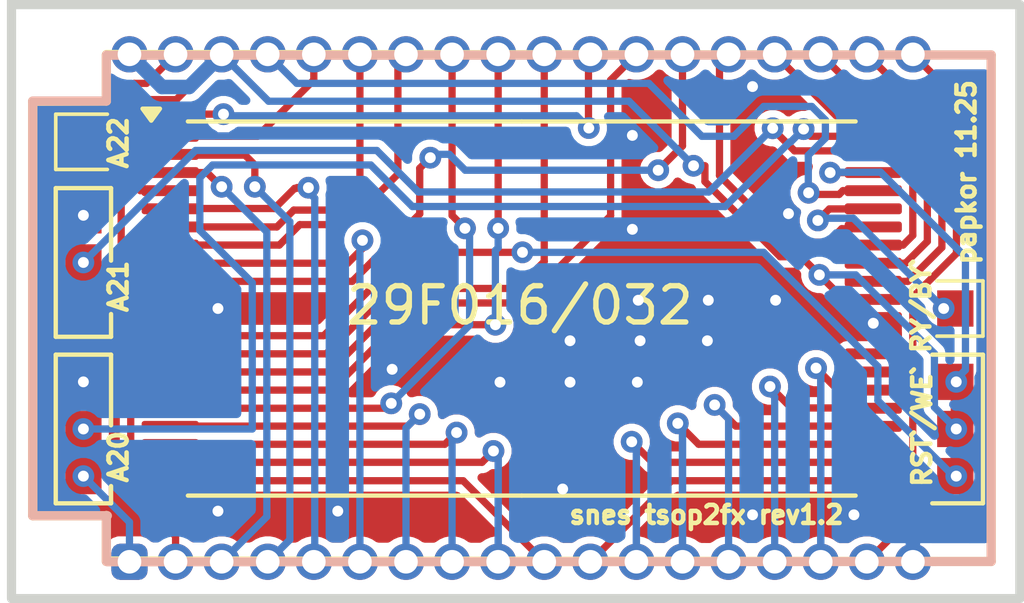
<source format=kicad_pcb>
(kicad_pcb (version 20241229) (generator "pcbnew") (generator_version "9.0")
  (layers (0 "F.Cu" signal) (2 "B.Cu" signal) (13 "F.Paste" user) (15 "B.Paste" user) (5 "F.SilkS" user "F.Silkscreen") (7 "B.SilkS" user "B.Silkscreen") (1 "F.Mask" user) (3 "B.Mask" user) (25 "Edge.Cuts" user))
  (net 0 "")
  (net 1 "/RST`")
  (net 2 "/WE`")
  (net 3 "/Vss")
  (net 4 "/RY")
  (net 5 "/A22")
  (net 6 "/A21")
  (net 7 "/CE`")
  (net 8 "/A6")
  (net 9 "/OE`")
  (net 10 "/A11")
  (net 11 "/A0")
  (net 12 "/A1")
  (net 13 "/A5")
  (net 14 "/A8")
  (net 15 "/D7")
  (net 16 "/A20")
  (net 17 "/A14")
  (net 18 "/D5")
  (net 19 "/A15")
  (net 20 "/A4")
  (net 21 "/D1")
  (net 22 "/A10")
  (net 23 "/A7")
  (net 24 "/A9")
  (net 25 "/A2")
  (net 26 "/A19")
  (net 27 "/D2")
  (net 28 "/A12")
  (net 29 "/A17")
  (net 30 "/Vcc")
  (net 31 "/A13")
  (net 32 "/A16")
  (net 33 "/D0")
  (net 34 "/A3")
  (net 35 "/D3")
  (net 36 "/A18")
  (net 37 "/D4")
  (net 38 "/D6")
  (net 40 "/A21_")
  (net 41 "/A20_")
  (footprint "Connector_PinHeader_1.27mm:PinHeader_1x18_P1.27mm_Vertical" (layer "F.Cu") (at 22.6822 17.5768 90)
    (property "Reference" "U1_2" (hide yes))
    (property "Value" "MASKROM" (hide yes))
    (pad "19" thru_hole circle (at 0 21.59 90) (size 1 1) (drill 0.65) (layers "*.Cu" "*.Mask") (net 35 "/D3"))
    (pad "20" thru_hole circle (at 0 20.32 90) (size 1 1) (drill 0.65) (layers "*.Cu" "*.Mask") (net 37 "/D4"))
    (pad "21" thru_hole circle (at 0 19.05 90) (size 1 1) (drill 0.65) (layers "*.Cu" "*.Mask") (net 18 "/D5"))
    (pad "22" thru_hole circle (at 0 17.78 90) (size 1 1) (drill 0.65) (layers "*.Cu" "*.Mask") (net 38 "/D6"))
    (pad "23" thru_hole circle (at 0 16.51 90) (size 1 1) (drill 0.65) (layers "*.Cu" "*.Mask") (net 15 "/D7"))
    (pad "24" thru_hole circle (at 0 15.24 90) (size 1 1) (drill 0.65) (layers "*.Cu" "*.Mask") (net 7 "/CE`"))
    (pad "25" thru_hole circle (at 0 13.97 90) (size 1 1) (drill 0.65) (layers "*.Cu" "*.Mask") (net 22 "/A10"))
    (pad "26" thru_hole circle (at 0 12.7 90) (size 1 1) (drill 0.65) (layers "*.Cu" "*.Mask") (net 32 "/A16"))
    (pad "27" thru_hole circle (at 0 11.43 90) (size 1 1) (drill 0.65) (layers "*.Cu" "*.Mask") (net 10 "/A11"))
    (pad "28" thru_hole circle (at 0 10.16 90) (size 1 1) (drill 0.65) (layers "*.Cu" "*.Mask") (net 24 "/A9"))
    (pad "29" thru_hole circle (at 0 8.89 90) (size 1 1) (drill 0.65) (layers "*.Cu" "*.Mask") (net 14 "/A8"))
    (pad "30" thru_hole circle (at 0 7.62 90) (size 1 1) (drill 0.65) (layers "*.Cu" "*.Mask") (net 31 "/A13"))
    (pad "31" thru_hole circle (at 0 6.35 90) (size 1 1) (drill 0.65) (layers "*.Cu" "*.Mask") (net 17 "/A14"))
    (pad "32" thru_hole circle (at 0 5.08 90) (size 1 1) (drill 0.65) (layers "*.Cu" "*.Mask") (net 26 "/A19"))
    (pad "33" thru_hole circle (at 0 3.81 90) (size 1 1) (drill 0.65) (layers "*.Cu" "*.Mask") (net 9 "/OE`"))
    (pad "34" thru_hole circle (at 0 2.54 90) (size 1 1) (drill 0.65) (layers "*.Cu" "*.Mask") (net 30 "/Vcc"))
    (pad "35" thru_hole circle (at 0 1.27 90) (size 1 1) (drill 0.65) (layers "*.Cu" "*.Mask") (net 5 "/A22"))
    (pad "36" thru_hole circle (at 0 0 90) (size 1 1) (drill 0.65) (layers "*.Cu" "*.Mask") (net 30 "/Vcc"))
  )
  (footprint "Jumper:SolderJumper-3_P1.3mm_Bridged123_Pad1.0x1.5mm_NumberLabels" (layer "F.Cu") (at 45.4406 27.91 90)
    (property "Reference" "JP1" (hide yes))
    (property "Value" "RST`/WE`" (at 0.0716 -0.9144 90) (layer "F.SilkS") (effects (font (size 0.5 0.5) (thickness 0.125) (bold yes))))
    (fp_poly (pts (xy 0.4 -0.127) (xy 0.889 -0.127) (xy 0.889 0.127) (xy 0.4 0.127)) (fill yes) (layer "F.Cu"))
    (fp_poly (pts (xy -0.9 -0.127) (xy -0.4 -0.127) (xy -0.4 0.127) (xy -0.9 0.127)) (fill yes) (layer "F.Cu"))
    (fp_line (start 2.05 -0.635) (end 2.05 0.762) (stroke (width 0.12)) (layer "F.SilkS"))
    (fp_line (start 2.05 0.762) (end -2.05 0.762) (stroke (width 0.12)) (layer "F.SilkS"))
    (fp_line (start -2.05 0.762) (end -2.05 -0.635) (stroke (width 0.12)) (layer "F.SilkS"))
    (pad "1" smd rect (at -1.3 0 90) (size 1 1) (layers "F.Cu" "F.Mask") (net 1 "/RST`"))
    (pad "2" smd rect (at 0 0 90) (size 1 1) (layers "F.Cu" "F.Mask") (net 30 "/Vcc"))
    (pad "3" smd rect (at 1.3 0 90) (size 1 1) (layers "F.Cu" "F.Mask") (net 2 "/WE`"))
  )
  (footprint "Jumper:SolderJumper-3_P1.3mm_Bridged12_Pad1.0x1.5mm_NumberLabels" (layer "F.Cu") (at 21.4122 27.91 90)
    (property "Reference" "JP2" (hide yes))
    (property "Value" "A20" (at -0.7666 0.9652 90) (layer "F.SilkS") (effects (font (size 0.5 0.5) (thickness 0.125))))
    (fp_poly (pts (xy -0.9 -0.0968) (xy -0.4 -0.0968) (xy -0.4 0.0968) (xy -0.9 0.0968)) (fill yes) (layer "F.Cu"))
    (fp_line (start 2.05 -0.762) (end 2.05 0.762) (stroke (width 0.12)) (layer "F.SilkS"))
    (fp_line (start -2.05 -0.762) (end 2.05 -0.762) (stroke (width 0.12)) (layer "F.SilkS"))
    (fp_line (start 0.1016 0.762) (end 2.05 0.762) (stroke (width 0.12)) (layer "F.SilkS"))
    (fp_line (start -2.05 0.762) (end -2.05 -0.762) (stroke (width 0.12)) (layer "F.SilkS"))
    (fp_line (start -2.05 0.762) (end -1.5748 0.762) (stroke (width 0.12)) (layer "F.SilkS"))
    (pad "1" smd rect (at -1.3 0 90) (size 1 1) (layers "F.Cu" "F.Mask") (net 16 "/A20"))
    (pad "2" smd rect (at 0 0 90) (size 1 1) (layers "F.Cu" "F.Mask") (net 41 "/A20_"))
    (pad "3" smd rect (at 1.3 0 90) (size 1 1) (layers "F.Cu" "F.Mask") (net 3 "/Vss"))
  )
  (footprint "Connector_PinHeader_1.27mm:PinHeader_1x18_P1.27mm_Vertical" (layer "F.Cu") (at 22.6822 31.5722 90)
    (property "Reference" "U1_1" (hide yes))
    (property "Value" "MASKROM" (hide yes))
    (pad "1" thru_hole roundrect (at 0 0 90) (size 1 1) (drill 0.65) (layers "*.Cu" "*.Mask") (net 16 "/A20"))
    (pad "2" thru_hole circle (at 0 1.27 90) (size 1 1) (drill 0.65) (layers "*.Cu" "*.Mask") (net 6 "/A21"))
    (pad "3" thru_hole circle (at 0 2.54 90) (size 1 1) (drill 0.65) (layers "*.Cu" "*.Mask") (net 29 "/A17"))
    (pad "4" thru_hole circle (at 0 3.81 90) (size 1 1) (drill 0.65) (layers "*.Cu" "*.Mask") (net 36 "/A18"))
    (pad "5" thru_hole circle (at 0 5.08 90) (size 1 1) (drill 0.65) (layers "*.Cu" "*.Mask") (net 19 "/A15"))
    (pad "6" thru_hole circle (at 0 6.35 90) (size 1 1) (drill 0.65) (layers "*.Cu" "*.Mask") (net 28 "/A12"))
    (pad "7" thru_hole circle (at 0 7.62 90) (size 1 1) (drill 0.65) (layers "*.Cu" "*.Mask") (net 23 "/A7"))
    (pad "8" thru_hole circle (at 0 8.89 90) (size 1 1) (drill 0.65) (layers "*.Cu" "*.Mask") (net 8 "/A6"))
    (pad "9" thru_hole circle (at 0 10.16 90) (size 1 1) (drill 0.65) (layers "*.Cu" "*.Mask") (net 13 "/A5"))
    (pad "10" thru_hole circle (at 0 11.43 90) (size 1 1) (drill 0.65) (layers "*.Cu" "*.Mask") (net 20 "/A4"))
    (pad "11" thru_hole circle (at 0 12.7 90) (size 1 1) (drill 0.65) (layers "*.Cu" "*.Mask") (net 34 "/A3"))
    (pad "12" thru_hole circle (at 0 13.97 90) (size 1 1) (drill 0.65) (layers "*.Cu" "*.Mask") (net 25 "/A2"))
    (pad "13" thru_hole circle (at 0 15.24 90) (size 1 1) (drill 0.65) (layers "*.Cu" "*.Mask") (net 12 "/A1"))
    (pad "14" thru_hole circle (at 0 16.51 90) (size 1 1) (drill 0.65) (layers "*.Cu" "*.Mask") (net 11 "/A0"))
    (pad "15" thru_hole circle (at 0 17.78 90) (size 1 1) (drill 0.65) (layers "*.Cu" "*.Mask") (net 33 "/D0"))
    (pad "16" thru_hole circle (at 0 19.05 90) (size 1 1) (drill 0.65) (layers "*.Cu" "*.Mask") (net 21 "/D1"))
    (pad "17" thru_hole circle (at 0 20.32 90) (size 1 1) (drill 0.65) (layers "*.Cu" "*.Mask") (net 27 "/D2"))
    (pad "18" thru_hole circle (at 0 21.59 90) (size 1 1) (drill 0.65) (layers "*.Cu" "*.Mask") (net 3 "/Vss"))
  )
  (footprint "TestPoint:TestPoint_Pad_D1.0mm" (layer "F.Cu") (at 45.4406 24.5872 90)
    (property "Reference" "TP1" (hide yes))
    (property "Value" "RY/BY`" (at 0.0762 -0.9398 90) (layer "F.SilkS") (effects (font (size 0.5 0.5) (thickness 0.125))))
    (fp_line (start 0.762 0.762) (end 0.762 -0.508) (stroke (width 0.1)) (layer "F.SilkS"))
    (fp_line (start -0.762 0.762) (end -0.762 -0.508) (stroke (width 0.1)) (layer "F.SilkS"))
    (fp_line (start -0.762 0.762) (end 0.762 0.762) (stroke (width 0.1)) (layer "F.SilkS"))
    (pad "1" smd rect (at 0 0 90) (size 1 1) (layers "F.Cu" "F.Mask") (net 4 "/RY"))
  )
  (footprint "Package_SO:TSOP-I-40_18.4x10mm_P0.5mm" (layer "F.Cu") (at 33.4925 24.5874)
    (property "Reference" "U2" (hide yes))
    (property "Value" "29F016/032" (at -0.05213 -0.08402 0) (layer "F.SilkS"))
    (fp_line (start 0 -5.16) (end -9.2 -5.16) (stroke (width 0.12)) (layer "F.SilkS"))
    (fp_line (start 0 -5.16) (end 9.2 -5.16) (stroke (width 0.12)) (layer "F.SilkS"))
    (fp_line (start 0 5.16) (end -9.2 5.16) (stroke (width 0.12)) (layer "F.SilkS"))
    (fp_line (start 0 5.16) (end 9.2 5.16) (stroke (width 0.12)) (layer "F.SilkS"))
    (fp_poly (pts (xy -10.2108 -5.1816) (xy -10.4508 -5.5116) (xy -9.9708 -5.5116)) (stroke (width 0.12)) (fill yes) (layer "F.SilkS"))
    (pad "1" smd roundrect (at -9.6875 -4.75) (size 1.575 0.3) (layers "F.Cu" "F.Mask" "F.Paste") (net 26 "/A19"))
    (pad "2" smd roundrect (at -9.6875 -4.25) (size 1.575 0.3) (layers "F.Cu" "F.Mask" "F.Paste") (net 36 "/A18"))
    (pad "3" smd roundrect (at -9.6875 -3.75) (size 1.575 0.3) (layers "F.Cu" "F.Mask" "F.Paste") (net 29 "/A17"))
    (pad "4" smd roundrect (at -9.6875 -3.25) (size 1.575 0.3) (layers "F.Cu" "F.Mask" "F.Paste") (net 32 "/A16"))
    (pad "5" smd roundrect (at -9.6875 -2.75) (size 1.575 0.3) (layers "F.Cu" "F.Mask" "F.Paste") (net 19 "/A15"))
    (pad "6" smd roundrect (at -9.6875 -2.25) (size 1.575 0.3) (layers "F.Cu" "F.Mask" "F.Paste") (net 17 "/A14"))
    (pad "7" smd roundrect (at -9.6875 -1.75) (size 1.575 0.3) (layers "F.Cu" "F.Mask" "F.Paste") (net 31 "/A13"))
    (pad "8" smd roundrect (at -9.6875 -1.25) (size 1.575 0.3) (layers "F.Cu" "F.Mask" "F.Paste") (net 28 "/A12"))
    (pad "9" smd roundrect (at -9.6875 -0.75) (size 1.575 0.3) (layers "F.Cu" "F.Mask" "F.Paste") (net 7 "/CE`"))
    (pad "10" smd roundrect (at -9.6875 -0.25) (size 1.575 0.3) (layers "F.Cu" "F.Mask" "F.Paste") (net 30 "/Vcc"))
    (pad "11" smd roundrect (at -9.6875 0.25) (size 1.575 0.3) (layers "F.Cu" "F.Mask" "F.Paste"))
    (pad "12" smd roundrect (at -9.6875 0.75) (size 1.575 0.3) (layers "F.Cu" "F.Mask" "F.Paste") (net 1 "/RST`"))
    (pad "13" smd roundrect (at -9.6875 1.25) (size 1.575 0.3) (layers "F.Cu" "F.Mask" "F.Paste") (net 10 "/A11"))
    (pad "14" smd roundrect (at -9.6875 1.75) (size 1.575 0.3) (layers "F.Cu" "F.Mask" "F.Paste") (net 22 "/A10"))
    (pad "15" smd roundrect (at -9.6875 2.25) (size 1.575 0.3) (layers "F.Cu" "F.Mask" "F.Paste") (net 24 "/A9"))
    (pad "16" smd roundrect (at -9.6875 2.75) (size 1.575 0.3) (layers "F.Cu" "F.Mask" "F.Paste") (net 14 "/A8"))
    (pad "17" smd roundrect (at -9.6875 3.25) (size 1.575 0.3) (layers "F.Cu" "F.Mask" "F.Paste") (net 23 "/A7"))
    (pad "18" smd roundrect (at -9.6875 3.75) (size 1.575 0.3) (layers "F.Cu" "F.Mask" "F.Paste") (net 8 "/A6"))
    (pad "19" smd roundrect (at -9.6875 4.25) (size 1.575 0.3) (layers "F.Cu" "F.Mask" "F.Paste") (net 13 "/A5"))
    (pad "20" smd roundrect (at -9.6875 4.75) (size 1.575 0.3) (layers "F.Cu" "F.Mask" "F.Paste") (net 20 "/A4"))
    (pad "21" smd roundrect (at 9.6875 4.75) (size 1.575 0.3) (layers "F.Cu" "F.Mask" "F.Paste") (net 34 "/A3"))
    (pad "22" smd roundrect (at 9.6875 4.25) (size 1.575 0.3) (layers "F.Cu" "F.Mask" "F.Paste") (net 25 "/A2"))
    (pad "23" smd roundrect (at 9.6875 3.75) (size 1.575 0.3) (layers "F.Cu" "F.Mask" "F.Paste") (net 12 "/A1"))
    (pad "24" smd roundrect (at 9.6875 3.25) (size 1.575 0.3) (layers "F.Cu" "F.Mask" "F.Paste") (net 11 "/A0"))
    (pad "25" smd roundrect (at 9.6875 2.75) (size 1.575 0.3) (layers "F.Cu" "F.Mask" "F.Paste") (net 33 "/D0"))
    (pad "26" smd roundrect (at 9.6875 2.25) (size 1.575 0.3) (layers "F.Cu" "F.Mask" "F.Paste") (net 21 "/D1"))
    (pad "27" smd roundrect (at 9.6875 1.75) (size 1.575 0.3) (layers "F.Cu" "F.Mask" "F.Paste") (net 27 "/D2"))
    (pad "28" smd roundrect (at 9.6875 1.25) (size 1.575 0.3) (layers "F.Cu" "F.Mask" "F.Paste") (net 35 "/D3"))
    (pad "29" smd roundrect (at 9.6875 0.75) (size 1.575 0.3) (layers "F.Cu" "F.Mask" "F.Paste") (net 3 "/Vss"))
    (pad "30" smd roundrect (at 9.6875 0.25) (size 1.575 0.3) (layers "F.Cu" "F.Mask" "F.Paste") (net 3 "/Vss"))
    (pad "31" smd roundrect (at 9.6875 -0.25) (size 1.575 0.3) (layers "F.Cu" "F.Mask" "F.Paste") (net 30 "/Vcc"))
    (pad "32" smd roundrect (at 9.6875 -0.75) (size 1.575 0.3) (layers "F.Cu" "F.Mask" "F.Paste") (net 37 "/D4"))
    (pad "33" smd roundrect (at 9.6875 -1.25) (size 1.575 0.3) (layers "F.Cu" "F.Mask" "F.Paste") (net 18 "/D5"))
    (pad "34" smd roundrect (at 9.6875 -1.75) (size 1.575 0.3) (layers "F.Cu" "F.Mask" "F.Paste") (net 38 "/D6"))
    (pad "35" smd roundrect (at 9.6875 -2.25) (size 1.575 0.3) (layers "F.Cu" "F.Mask" "F.Paste") (net 15 "/D7"))
    (pad "36" smd roundrect (at 9.6875 -2.75) (size 1.575 0.3) (layers "F.Cu" "F.Mask" "F.Paste") (net 4 "/RY"))
    (pad "37" smd roundrect (at 9.6875 -3.25) (size 1.575 0.3) (layers "F.Cu" "F.Mask" "F.Paste") (net 9 "/OE`"))
    (pad "38" smd roundrect (at 9.6875 -3.75) (size 1.575 0.3) (layers "F.Cu" "F.Mask" "F.Paste") (net 2 "/WE`"))
    (pad "39" smd roundrect (at 9.6875 -4.25) (size 1.575 0.3) (layers "F.Cu" "F.Mask" "F.Paste") (net 40 "/A21_"))
    (pad "40" smd roundrect (at 9.6875 -4.75) (size 1.575 0.3) (layers "F.Cu" "F.Mask" "F.Paste") (net 41 "/A20_"))
  )
  (footprint "TestPoint:TestPoint_Pad_D1.0mm" (layer "F.Cu") (at 21.4122 19.9898 90)
    (property "Reference" "TP2" (hide yes))
    (property "Value" "A22" (at -0.0254 0.9652 90) (layer "F.SilkS") (effects (font (size 0.5 0.5) (thickness 0.125))))
    (fp_line (start 0.762 -0.762) (end 0.762 0.6604) (stroke (width 0.1)) (layer "F.SilkS"))
    (fp_line (start -0.762 -0.762) (end 0.762 -0.762) (stroke (width 0.1)) (layer "F.SilkS"))
    (fp_line (start -0.762 -0.762) (end -0.762 0.6604) (stroke (width 0.1)) (layer "F.SilkS"))
    (pad "1" smd rect (at 0 0 90) (size 1 1) (layers "F.Cu" "F.Mask") (net 5 "/A22"))
  )
  (footprint "Jumper:SolderJumper-3_P1.3mm_Bridged12_Pad1.0x1.5mm_NumberLabels" (layer "F.Cu") (at 21.4122 23.3172 90)
    (property "Reference" "JP3" (hide yes))
    (property "Value" "A21" (at -0.6604 0.9652 90) (layer "F.SilkS") (effects (font (size 0.5 0.5) (thickness 0.125))))
    (fp_poly (pts (xy -0.9 -0.0968) (xy -0.4 -0.0968) (xy -0.4 0.0968) (xy -0.9 0.0968)) (fill yes) (layer "F.Cu"))
    (fp_line (start 2.05 -0.762) (end 2.05 0.762) (stroke (width 0.12)) (layer "F.SilkS"))
    (fp_line (start -2.05 -0.762) (end 2.05 -0.762) (stroke (width 0.12)) (layer "F.SilkS"))
    (fp_line (start 0.0508 0.762) (end 2.05 0.762) (stroke (width 0.12)) (layer "F.SilkS"))
    (fp_line (start -2.05 0.762) (end -2.05 -0.762) (stroke (width 0.12)) (layer "F.SilkS"))
    (fp_line (start -2.05 0.762) (end -1.4224 0.762) (stroke (width 0.12)) (layer "F.SilkS"))
    (pad "1" smd rect (at -1.3 0 90) (size 1 1) (layers "F.Cu" "F.Mask") (net 6 "/A21"))
    (pad "2" smd rect (at 0 0 90) (size 1 1) (layers "F.Cu" "F.Mask") (net 40 "/A21_"))
    (pad "3" smd rect (at 1.3 0 90) (size 1 1) (layers "F.Cu" "F.Mask") (net 3 "/Vss"))
  )
  (gr_line (start 46.42866 31.56458) (end 22.04847 31.55061) (stroke (width 0.254)) (layer "F.SilkS"))
  (gr_line (start 22.04466 30.29458) (end 22.04466 31.56458) (stroke (width 0.254)) (layer "F.SilkS"))
  (gr_line (start 20.0152 30.3022) (end 22.0472 30.3022) (stroke (width 0.254)) (layer "F.SilkS"))
  (gr_line (start 20.0152 18.8722) (end 20.0152 30.3022) (stroke (width 0.254)) (layer "F.SilkS"))
  (gr_line (start 22.04466 18.86458) (end 20.0152 18.8722) (stroke (width 0.254)) (layer "F.SilkS"))
  (gr_line (start 22.04466 17.59458) (end 22.04466 18.86458) (stroke (width 0.254)) (layer "F.SilkS"))
  (gr_line (start 46.42866 31.56458) (end 46.42866 17.59458) (stroke (width 0.254)) (layer "F.SilkS"))
  (gr_line (start 46.42866 17.59458) (end 22.04847 17.58061) (stroke (width 0.254)) (layer "F.SilkS"))
  (gr_line (start 22.04466 18.86458) (end 20.0152 18.86458) (stroke (width 0.254)) (layer "B.SilkS"))
  (gr_line (start 22.04466 30.3022) (end 22.04466 31.56458) (stroke (width 0.254)) (layer "B.SilkS"))
  (gr_line (start 46.42866 17.59458) (end 22.07387 17.6022) (stroke (width 0.254)) (layer "B.SilkS"))
  (gr_line (start 46.42866 31.56458) (end 46.42866 17.59458) (stroke (width 0.254)) (layer "B.SilkS"))
  (gr_line (start 22.04466 17.59458) (end 22.04466 18.86458) (stroke (width 0.254)) (layer "B.SilkS"))
  (gr_line (start 20.0152 18.8722) (end 20.0152 30.3022) (stroke (width 0.254)) (layer "B.SilkS"))
  (gr_line (start 46.42866 31.56458) (end 22.07387 31.5722) (stroke (width 0.254)) (layer "B.SilkS"))
  (gr_line (start 20.0152 30.3022) (end 22.0726 30.3022) (stroke (width 0.254)) (layer "B.SilkS"))
  (gr_rect (start 19.431 16.2052) (end 47.2186 32.5882) (stroke (width 0.254)) (fill no) (layer "Edge.Cuts"))
  (gr_text "snes tsop2fx rev1.2" (at 38.5826 30.2768 0) (layer "F.SilkS") (effects (font (size 0.5 0.5) (thickness 0.125) (bold yes))))
  (gr_text "papkor 11.25" (at 45.7454 20.828 90) (layer "F.SilkS") (effects (font (size 0.5 0.5) (thickness 0.125) (bold yes))))
  (segment (start 28.034425 25.3374) (end 30.334025 23.0378) (width 0.2) (layer "F.Cu") (net 1))
  (segment (start 23.805 25.3374) (end 28.034425 25.3374) (width 0.2) (layer "F.Cu") (net 1))
  (segment (start 30.334025 23.0378) (end 33.5122 23.0378) (width 0.2) (layer "F.Cu") (net 1))
  (via (at 45.466 29.21) (size 0.6) (drill 0.3) (layers "F.Cu" "B.Cu") (net 1))
  (via (at 33.5122 23.0378) (size 0.6) (drill 0.3) (layers "F.Cu" "B.Cu") (net 1))
  (segment (start 40.1574 23.0378) (end 33.5122 23.0378) (width 0.2) (layer "B.Cu") (net 1))
  (segment (start 45.466 29.21) (end 45.3898 29.21) (width 0.2) (layer "B.Cu") (net 1))
  (segment (start 43.307 27.1272) (end 43.307 26.1874) (width 0.2) (layer "B.Cu") (net 1))
  (segment (start 45.3898 29.21) (end 43.307 27.1272) (width 0.2) (layer "B.Cu") (net 1))
  (segment (start 43.307 26.1874) (end 40.1574 23.0378) (width 0.2) (layer "B.Cu") (net 1))
  (segment (start 41.991293 20.8384) (end 43.179 20.8384) (width 0.2) (layer "F.Cu") (net 2))
  (segment (start 41.990293 20.8394) (end 41.991293 20.8384) (width 0.2) (layer "F.Cu") (net 2))
  (segment (start 43.179 20.8384) (end 43.18 20.8374) (width 0.2) (layer "F.Cu") (net 2))
  (via (at 41.990293 20.8394) (size 0.6) (drill 0.3) (layers "F.Cu" "B.Cu") (net 2))
  (via (at 45.466 26.61) (size 0.6) (drill 0.3) (layers "F.Cu" "B.Cu") (net 2))
  (segment (start 43.3832 20.828) (end 42.001693 20.828) (width 0.2) (layer "B.Cu") (net 2))
  (segment (start 42.001693 20.828) (end 41.990293 20.8394) (width 0.2) (layer "B.Cu") (net 2))
  (segment (start 45.466 26.61) (end 45.466 26.5338) (width 0.2) (layer "B.Cu") (net 2))
  (segment (start 45.72 26.2798) (end 45.72 23.1648) (width 0.2) (layer "B.Cu") (net 2))
  (segment (start 45.72 23.1648) (end 43.3832 20.828) (width 0.2) (layer "B.Cu") (net 2))
  (segment (start 45.466 26.5338) (end 45.72 26.2798) (width 0.2) (layer "B.Cu") (net 2))
  (segment (start 36.540956 24.196556) (end 36.703 24.3586) (width 0.4) (layer "F.Cu") (net 3))
  (segment (start 36.540956 22.4028) (end 36.540956 24.196556) (width 0.4) (layer "F.Cu") (net 3))
  (segment (start 36.540956 19.812684) (end 36.540956 22.4028) (width 0.4) (layer "F.Cu") (net 3))
  (segment (start 43.18 24.9936) (end 43.18 25.3374) (width 0.2) (layer "F.Cu") (net 3))
  (segment (start 43.18 24.8374) (end 43.18 24.9936) (width 0.2) (layer "F.Cu") (net 3))
  (segment (start 38.608 25.4762) (end 39.1958 24.8884) (width 0.4) (layer "F.Cu") (net 3))
  (segment (start 38.7978 25.2864) (end 43.18 25.2864) (width 0.4) (layer "F.Cu") (net 3))
  (segment (start 42.75582 25.32888) (end 43.42384 25.32888) (width 0.12954) (layer "F.Cu") (net 3))
  (segment (start 42.75582 25.32888) (end 43.42384 25.32888) (width 0.12954) (layer "F.Cu") (net 3))
  (segment (start 39.1958 24.8884) (end 43.18 24.8884) (width 0.4) (layer "F.Cu") (net 3))
  (segment (start 38.608 25.4762) (end 38.7978 25.2864) (width 0.4) (layer "F.Cu") (net 3))
  (via (at 36.7538 25.4762) (size 0.6) (drill 0.3) (layers "F.Cu" "B.Cu") (net 3))
  (via (at 36.540956 19.812684) (size 0.6) (drill 0.3) (layers "F.Cu" "B.Cu") (net 3))
  (via (at 25.1206 24.5872) (size 0.6) (drill 0.3) (layers "F.Cu" "B.Cu") (net 3))
  (via (at 34.8234 26.6192) (size 0.6) (drill 0.3) (layers "F.Cu" "B.Cu") (net 3))
  (via (at 38.608 25.4762) (size 0.6) (drill 0.3) (layers "F.Cu" "B.Cu") (net 3))
  (via (at 38.6334 24.3586) (size 0.6) (drill 0.3) (layers "F.Cu" "B.Cu") (net 3))
  (via (at 25.1206 30.1752) (size 0.6) (drill 0.3) (layers "F.Cu" "B.Cu") (net 3))
  (via (at 32.893 26.6192) (size 0.6) (drill 0.3) (layers "F.Cu" "B.Cu") (net 3))
  (via (at 36.540956 22.4028) (size 0.6) (drill 0.3) (layers "F.Cu" "B.Cu") (net 3))
  (via (at 36.6776 26.6192) (size 0.6) (drill 0.3) (layers "F.Cu" "B.Cu") (net 3))
  (via (at 29.9212 26.2636) (size 0.6) (drill 0.3) (layers "F.Cu" "B.Cu") (net 3))
  (via (at 39.8526 18.4658) (size 0.6) (drill 0.3) (layers "F.Cu" "B.Cu") (net 3))
  (via (at 21.4122 22.0172) (size 0.6) (drill 0.3) (layers "F.Cu" "B.Cu") (net 3))
  (via (at 40.8432 21.971) (size 0.6) (drill 0.3) (layers "F.Cu" "B.Cu") (net 3))
  (via (at 36.703 24.3586) (size 0.6) (drill 0.3) (layers "F.Cu" "B.Cu") (net 3))
  (via (at 40.4876 24.3586) (size 0.6) (drill 0.3) (layers "F.Cu" "B.Cu") (net 3))
  (via (at 39.8526 30.2768) (size 0.6) (drill 0.3) (layers "F.Cu" "B.Cu") (net 3))
  (via (at 21.4122 26.61) (size 0.6) (drill 0.3) (layers "F.Cu" "B.Cu") (net 3))
  (via (at 43.18 24.9936) (size 0.6) (drill 0.3) (layers "F.Cu" "B.Cu") (net 3))
  (via (at 34.8234 25.4762) (size 0.6) (drill 0.3) (layers "F.Cu" "B.Cu") (net 3))
  (via (at 42.6466 30.2768) (size 0.6) (drill 0.3) (layers "F.Cu" "B.Cu") (net 3))
  (via (at 28.4226 30.1752) (size 0.6) (drill 0.3) (layers "F.Cu" "B.Cu") (net 3))
  (via (at 34.6202 29.5656) (size 0.6) (drill 0.3) (layers "F.Cu" "B.Cu") (net 3))
  (segment (start 38.608 25.4762) (end 41.839644 25.4762) (width 0.4) (layer "B.Cu") (net 3))
  (segment (start 38.608 25.4762) (end 36.7538 25.4762) (width 0.4) (layer "B.Cu") (net 3))
  (segment (start 42.6466 30.2768) (end 43.683906 30.2768) (width 0.4) (layer "B.Cu") (net 3))
  (segment (start 44.2722 30.865094) (end 44.2722 31.5722) (width 0.4) (layer "B.Cu") (net 3))
  (segment (start 23.602865 19.826535) (end 34.706704 19.826535) (width 0.2) (layer "B.Cu") (net 3))
  (segment (start 20.8112 22.6182) (end 20.8112 23.566143) (width 0.2) (layer "B.Cu") (net 3))
  (segment (start 36.142796 20.210844) (end 36.540956 19.812684) (width 0.2) (layer "B.Cu") (net 3))
  (segment (start 21.4122 22.0172) (end 20.8112 22.6182) (width 0.2) (layer "B.Cu") (net 3))
  (segment (start 42.6466 26.283156) (end 42.6466 30.2768) (width 0.4) (layer "B.Cu") (net 3))
  (segment (start 20.8112 23.566143) (end 21.832257 24.5872) (width 0.2) (layer "B.Cu") (net 3))
  (segment (start 34.8234 25.4762) (end 34.7472 25.4762) (width 0.4) (layer "B.Cu") (net 3))
  (segment (start 35.091013 20.210844) (end 36.142796 20.210844) (width 0.2) (layer "B.Cu") (net 3))
  (segment (start 34.706704 19.826535) (end 35.091013 20.210844) (width 0.2) (layer "B.Cu") (net 3))
  (segment (start 41.839644 25.4762) (end 42.6466 26.283156) (width 0.4) (layer "B.Cu") (net 3))
  (segment (start 43.683906 30.2768) (end 44.2722 30.865094) (width 0.4) (layer "B.Cu") (net 3))
  (segment (start 21.832257 24.5872) (end 25.1206 24.5872) (width 0.2) (layer "B.Cu") (net 3))
  (segment (start 21.4122 22.0172) (end 23.602865 19.826535) (width 0.2) (layer "B.Cu") (net 3))
  (segment (start 36.7538 25.4762) (end 34.8234 25.4762) (width 0.4) (layer "B.Cu") (net 3))
  (segment (start 41.651973 22.1584) (end 41.969973 21.8404) (width 0.2) (layer "F.Cu") (net 4))
  (segment (start 41.969973 21.8404) (end 43.177 21.8404) (width 0.2) (layer "F.Cu") (net 4))
  (segment (start 43.177 21.8404) (end 43.18 21.8374) (width 0.2) (layer "F.Cu") (net 4))
  (via (at 41.651973 22.1584) (size 0.6) (drill 0.3) (layers "F.Cu" "B.Cu") (net 4))
  (via (at 45.12 24.5872) (size 0.6) (drill 0.3) (layers "F.Cu" "B.Cu") (net 4))
  (segment (start 41.651973 22.1584) (end 41.712373 22.098) (width 0.2) (layer "B.Cu") (net 4))
  (segment (start 42.6308 22.098) (end 45.12 24.5872) (width 0.2) (layer "B.Cu") (net 4))
  (segment (start 41.712373 22.098) (end 42.6308 22.098) (width 0.2) (layer "B.Cu") (net 4))
  (segment (start 21.2344 19.9898) (end 21.2344 19.952476) (width 0.2) (layer "F.Cu") (net 5))
  (segment (start 21.2344 19.952476) (end 22.809076 18.3778) (width 0.2) (layer "F.Cu") (net 5))
  (segment (start 23.1512 18.3778) (end 23.9522 17.5768) (width 0.2) (layer "F.Cu") (net 5))
  (segment (start 22.809076 18.3778) (end 23.1512 18.3778) (width 0.2) (layer "F.Cu") (net 5))
  (segment (start 22.7165 29.629394) (end 23.9522 30.865094) (width 0.2) (layer "F.Cu") (net 6))
  (segment (start 21.0004 24.5964) (end 22.7165 26.3125) (width 0.2) (layer "F.Cu") (net 6))
  (segment (start 23.9522 30.865094) (end 23.9522 31.5722) (width 0.2) (layer "F.Cu") (net 6))
  (segment (start 22.7165 26.3125) (end 22.7165 29.629394) (width 0.2) (layer "F.Cu") (net 6))
  (segment (start 30.9722 20.427535) (end 30.68066 20.719075) (width 0.2) (layer "F.Cu") (net 7))
  (segment (start 30.68066 21.978321) (end 28.821581 23.8374) (width 0.2) (layer "F.Cu") (net 7))
  (segment (start 28.821581 23.8374) (end 23.805 23.8374) (width 0.2) (layer "F.Cu") (net 7))
  (segment (start 37.9222 20.10312) (end 37.2522 20.77312) (width 0.2) (layer "F.Cu") (net 7))
  (segment (start 30.68066 20.719075) (end 30.68066 21.978321) (width 0.2) (layer "F.Cu") (net 7))
  (segment (start 37.9222 17.5768) (end 37.9222 20.10312) (width 0.2) (layer "F.Cu") (net 7))
  (via (at 37.2522 20.77312) (size 0.6) (drill 0.3) (layers "F.Cu" "B.Cu") (net 7))
  (via (at 30.9722 20.427535) (size 0.6) (drill 0.3) (layers "F.Cu" "B.Cu") (net 7))
  (segment (start 30.9722 20.427535) (end 31.065155 20.33458) (width 0.2) (layer "B.Cu") (net 7))
  (segment (start 31.934243 20.77312) (end 37.2522 20.77312) (width 0.2) (layer "B.Cu") (net 7))
  (segment (start 31.065155 20.33458) (end 31.495703 20.33458) (width 0.2) (layer "B.Cu") (net 7))
  (segment (start 31.495703 20.33458) (end 31.934243 20.77312) (width 0.2) (layer "B.Cu") (net 7))
  (segment (start 23.52294 28.33116) (end 31.37408 28.33116) (width 0.2) (layer "F.Cu") (net 8))
  (segment (start 31.37408 28.33116) (end 31.69666 28.00858) (width 0.2) (layer "F.Cu") (net 8))
  (via (at 31.69666 28.00858) (size 0.6) (drill 0.3) (layers "F.Cu" "B.Cu") (net 8))
  (segment (start 31.5722 28.13304) (end 31.5722 31.5722) (width 0.2) (layer "B.Cu") (net 8))
  (segment (start 31.5722 31.56204) (end 31.5722 31.5722) (width 0.2) (layer "B.Cu") (net 8))
  (segment (start 31.69666 28.00858) (end 31.5722 28.13304) (width 0.2) (layer "B.Cu") (net 8))
  (segment (start 31.69666 31.43758) (end 31.5722 31.56204) (width 0.2) (layer "B.Cu") (net 8))
  (segment (start 42.342236 21.3374) (end 43.18 21.3374) (width 0.2) (layer "F.Cu") (net 9))
  (segment (start 42.239236 21.4404) (end 42.342236 21.3374) (width 0.2) (layer "F.Cu") (net 9))
  (segment (start 41.39752 21.39417) (end 41.44375 21.4404) (width 0.2) (layer "F.Cu") (net 9))
  (segment (start 41.44375 21.4404) (end 42.239236 21.4404) (width 0.2) (layer "F.Cu") (net 9))
  (via (at 41.39752 21.39417) (size 0.6) (drill 0.3) (layers "F.Cu" "B.Cu") (net 9))
  (segment (start 38.4556 19.8374) (end 39.336184 19.8374) (width 0.2) (layer "B.Cu") (net 9))
  (segment (start 41.389293 21.385943) (end 41.39752 21.39417) (width 0.2) (layer "B.Cu") (net 9))
  (segment (start 41.389293 20.35825) (end 41.389293 21.385943) (width 0.2) (layer "B.Cu") (net 9))
  (segment (start 41.8602 19.887343) (end 41.389293 20.35825) (width 0.2) (layer "B.Cu") (net 9))
  (segment (start 36.996 18.3778) (end 38.4556 19.8374) (width 0.2) (layer "B.Cu") (net 9))
  (segment (start 26.4922 17.5768) (end 27.2932 18.3778) (width 0.2) (layer "B.Cu") (net 9))
  (segment (start 39.336184 19.8374) (end 40.159433 19.014151) (width 0.2) (layer "B.Cu") (net 9))
  (segment (start 27.2932 18.3778) (end 36.996 18.3778) (width 0.2) (layer "B.Cu") (net 9))
  (segment (start 40.159433 19.014151) (end 41.484894 19.014151) (width 0.2) (layer "B.Cu") (net 9))
  (segment (start 41.484894 19.014151) (end 41.8602 19.389457) (width 0.2) (layer "B.Cu") (net 9))
  (segment (start 26.4922 17.85112) (end 26.36266 17.72158) (width 0.2) (layer "B.Cu") (net 9))
  (segment (start 41.8602 19.389457) (end 41.8602 19.887343) (width 0.2) (layer "B.Cu") (net 9))
  (segment (start 33.3702 24.0338) (end 29.905126 24.0338) (width 0.2) (layer "F.Cu") (net 10))
  (segment (start 29.905126 24.0338) (end 28.101525 25.8374) (width 0.2) (layer "F.Cu") (net 10))
  (segment (start 34.1122 17.5768) (end 34.1122 23.2918) (width 0.2) (layer "F.Cu") (net 10))
  (segment (start 28.101525 25.8374) (end 23.805 25.8374) (width 0.2) (layer "F.Cu") (net 10))
  (segment (start 34.1122 23.2918) (end 33.3702 24.0338) (width 0.2) (layer "F.Cu") (net 10))
  (segment (start 39.39032 27.83078) (end 43.42384 27.83078) (width 0.2) (layer "F.Cu") (net 11))
  (segment (start 39.39032 27.83078) (end 38.80866 27.24658) (width 0.2) (layer "F.Cu") (net 11))
  (via (at 38.80866 27.24658) (size 0.6) (drill 0.3) (layers "F.Cu" "B.Cu") (net 11))
  (segment (start 39.1922 27.63012) (end 39.1922 31.5722) (width 0.2) (layer "B.Cu") (net 11))
  (segment (start 38.80866 27.24658) (end 39.1922 27.63012) (width 0.2) (layer "B.Cu") (net 11))
  (segment (start 43.42384 28.33116) (end 38.3667 28.33116) (width 0.2) (layer "F.Cu") (net 12))
  (segment (start 38.3667 28.33116) (end 37.79266 27.75458) (width 0.2) (layer "F.Cu") (net 12))
  (via (at 37.79266 27.75458) (size 0.6) (drill 0.3) (layers "F.Cu" "B.Cu") (net 12))
  (segment (start 37.9222 27.88412) (end 37.9222 31.5722) (width 0.2) (layer "B.Cu") (net 12))
  (segment (start 37.9222 27.88412) (end 37.9222 31.30804) (width 0.2) (layer "B.Cu") (net 12))
  (segment (start 37.9222 31.30804) (end 37.79266 31.43758) (width 0.2) (layer "B.Cu") (net 12))
  (segment (start 37.79266 27.75458) (end 37.9222 27.88412) (width 0.2) (layer "B.Cu") (net 12))
  (segment (start 23.52294 28.829) (end 32.3977 28.829) (width 0.2) (layer "F.Cu") (net 13))
  (segment (start 32.3977 28.829) (end 32.71266 28.51658) (width 0.2) (layer "F.Cu") (net 13))
  (via (at 32.71266 28.51658) (size 0.6) (drill 0.3) (layers "F.Cu" "B.Cu") (net 13))
  (segment (start 32.71266 28.51658) (end 32.8422 28.64612) (width 0.2) (layer "B.Cu") (net 13))
  (segment (start 32.8422 28.64612) (end 32.8422 31.5722) (width 0.2) (layer "B.Cu") (net 13))
  (segment (start 32.8422 31.30804) (end 32.71266 31.43758) (width 0.2) (layer "B.Cu") (net 13))
  (segment (start 32.8422 28.64612) (end 32.8422 31.30804) (width 0.2) (layer "B.Cu") (net 13))
  (segment (start 29.7618 27.3374) (end 23.805 27.3374) (width 0.2) (layer "F.Cu") (net 14))
  (segment (start 31.5722 22.01952) (end 31.5722 17.5768) (width 0.2) (layer "F.Cu") (net 14))
  (segment (start 31.9278 22.37512) (end 31.5722 22.01952) (width 0.2) (layer "F.Cu") (net 14))
  (segment (start 29.8958 27.2034) (end 29.7618 27.3374) (width 0.2) (layer "F.Cu") (net 14))
  (via (at 31.9278 22.37512) (size 0.6) (drill 0.3) (layers "F.Cu" "B.Cu") (net 14))
  (via (at 29.8958 27.2034) (size 0.6) (drill 0.3) (layers "F.Cu" "B.Cu") (net 14))
  (segment (start 32.0548 22.50212) (end 32.0548 25.0444) (width 0.2) (layer "B.Cu") (net 14))
  (segment (start 32.0548 25.0444) (end 29.8958 27.2034) (width 0.2) (layer "B.Cu") (net 14))
  (segment (start 31.9278 22.37512) (end 32.0548 22.50212) (width 0.2) (layer "B.Cu") (net 14))
  (segment (start 39.20998 17.59458) (end 39.18966 17.59458) (width 0.2) (layer "F.Cu") (net 15))
  (segment (start 43.18 22.3374) (end 43.131 22.3864) (width 0.2) (layer "F.Cu") (net 15))
  (segment (start 42.309676 22.3864) (end 41.937676 22.7584) (width 0.2) (layer "F.Cu") (net 15))
  (segment (start 38.94172 17.82728) (end 39.1922 17.5768) (width 0.2) (layer "F.Cu") (net 15))
  (segment (start 41.937676 22.7584) (end 40.780657 22.7584) (width 0.2) (layer "F.Cu") (net 15))
  (segment (start 40.780657 22.7584) (end 38.94172 20.919463) (width 0.2) (layer "F.Cu") (net 15))
  (segment (start 38.94172 20.919463) (end 38.94172 17.82728) (width 0.2) (layer "F.Cu") (net 15))
  (segment (start 43.131 22.3864) (end 42.309676 22.3864) (width 0.2) (layer "F.Cu") (net 15))
  (via (at 21.4122 29.21) (size 0.6) (drill 0.3) (layers "F.Cu" "B.Cu") (net 16))
  (segment (start 21.4122 29.21) (end 22.6822 30.48) (width 0.2) (layer "B.Cu") (net 16))
  (segment (start 22.6822 30.48) (end 22.6822 31.5722) (width 0.2) (layer "B.Cu") (net 16))
  (segment (start 28.52102 21.87258) (end 29.0322 21.3614) (width 0.2) (layer "F.Cu") (net 17))
  (segment (start 23.805 22.3374) (end 26.744758 22.3374) (width 0.2) (layer "F.Cu") (net 17))
  (segment (start 27.209578 21.87258) (end 28.52102 21.87258) (width 0.2) (layer "F.Cu") (net 17))
  (segment (start 29.0322 21.3614) (end 29.0322 17.5768) (width 0.2) (layer "F.Cu") (net 17))
  (segment (start 26.744758 22.3374) (end 27.209578 21.87258) (width 0.2) (layer "F.Cu") (net 17))
  (segment (start 44.6695 22.736324) (end 44.068424 23.3374) (width 0.2) (layer "F.Cu") (net 18))
  (segment (start 44.068424 23.3374) (end 43.18 23.3374) (width 0.2) (layer "F.Cu") (net 18))
  (segment (start 41.7322 17.5768) (end 43.01998 18.86458) (width 0.2) (layer "F.Cu") (net 18))
  (segment (start 41.74998 17.59458) (end 41.72966 17.59458) (width 0.2) (layer "F.Cu") (net 18))
  (segment (start 44.6695 19.42598) (end 44.6695 22.736324) (width 0.2) (layer "F.Cu") (net 18))
  (segment (start 43.01998 18.86458) (end 44.1081 18.86458) (width 0.2) (layer "F.Cu") (net 18))
  (segment (start 44.1081 18.86458) (end 44.6695 19.42598) (width 0.2) (layer "F.Cu") (net 18))
  (segment (start 27.232525 21.273175) (end 26.67694 21.82876) (width 0.2) (layer "F.Cu") (net 19))
  (segment (start 27.612879 21.254427) (end 27.30074 21.254427) (width 0.2) (layer "F.Cu") (net 19))
  (segment (start 27.281992 21.273175) (end 27.232525 21.273175) (width 0.2) (layer "F.Cu") (net 19))
  (segment (start 26.67694 21.82876) (end 23.52294 21.82876) (width 0.2) (layer "F.Cu") (net 19))
  (segment (start 27.30074 21.254427) (end 27.281992 21.273175) (width 0.2) (layer "F.Cu") (net 19))
  (via (at 27.612879 21.254427) (size 0.6) (drill 0.3) (layers "F.Cu" "B.Cu") (net 19))
  (segment (start 27.612879 21.372099) (end 27.7876 21.54682) (width 0.2) (layer "B.Cu") (net 19))
  (segment (start 27.612879 21.254427) (end 27.612879 21.372099) (width 0.2) (layer "B.Cu") (net 19))
  (segment (start 27.7876 21.54682) (end 27.7876 31.5468) (width 0.2) (layer "B.Cu") (net 19))
  (segment (start 27.7876 31.5468) (end 27.7622 31.5722) (width 0.2) (layer "B.Cu") (net 19))
  (segment (start 31.8774 29.3374) (end 34.1122 31.5722) (width 0.2) (layer "F.Cu") (net 20))
  (segment (start 23.805 29.3374) (end 31.8774 29.3374) (width 0.2) (layer "F.Cu") (net 20))
  (segment (start 42.19956 26.83002) (end 41.60266 26.23058) (width 0.2) (layer "F.Cu") (net 21))
  (segment (start 42.19956 26.83002) (end 43.42384 26.83002) (width 0.2) (layer "F.Cu") (net 21))
  (via (at 41.60266 26.23058) (size 0.6) (drill 0.3) (layers "F.Cu" "B.Cu") (net 21))
  (segment (start 41.7322 26.36012) (end 41.7322 31.5722) (width 0.2) (layer "B.Cu") (net 21))
  (segment (start 41.60266 31.43758) (end 41.7322 31.30804) (width 0.2) (layer "B.Cu") (net 21))
  (segment (start 41.7322 31.30804) (end 41.7322 26.36012) (width 0.2) (layer "B.Cu") (net 21))
  (segment (start 41.60266 26.23058) (end 41.7322 26.36012) (width 0.2) (layer "B.Cu") (net 21))
  (segment (start 30.0907 24.4348) (end 33.5363 24.4348) (width 0.2) (layer "F.Cu") (net 22))
  (segment (start 23.805 26.3374) (end 28.1881 26.3374) (width 0.2) (layer "F.Cu") (net 22))
  (segment (start 33.5363 24.4348) (end 35.940956 22.030144) (width 0.2) (layer "F.Cu") (net 22))
  (segment (start 28.1881 26.3374) (end 30.0907 24.4348) (width 0.2) (layer "F.Cu") (net 22))
  (segment (start 35.940956 18.288044) (end 36.6522 17.5768) (width 0.2) (layer "F.Cu") (net 22))
  (segment (start 35.940956 22.030144) (end 35.940956 18.288044) (width 0.2) (layer "F.Cu") (net 22))
  (segment (start 30.35046 27.83078) (end 23.52294 27.83078) (width 0.2) (layer "F.Cu") (net 23))
  (segment (start 30.68066 27.50058) (end 30.35046 27.83078) (width 0.2) (layer "F.Cu") (net 23))
  (via (at 30.68066 27.50058) (size 0.6) (drill 0.3) (layers "F.Cu" "B.Cu") (net 23))
  (segment (start 30.68066 27.50058) (end 30.3022 27.87904) (width 0.2) (layer "B.Cu") (net 23))
  (segment (start 30.3022 27.87904) (end 30.3022 31.5722) (width 0.2) (layer "B.Cu") (net 23))
  (segment (start 30.0578 25.0348) (end 32.766 25.0348) (width 0.2) (layer "F.Cu") (net 24))
  (segment (start 23.805 26.8374) (end 28.2552 26.8374) (width 0.2) (layer "F.Cu") (net 24))
  (segment (start 28.2552 26.8374) (end 30.0578 25.0348) (width 0.2) (layer "F.Cu") (net 24))
  (segment (start 32.8422 22.37512) (end 32.8422 17.5768) (width 0.2) (layer "F.Cu") (net 24))
  (via (at 32.8422 22.37512) (size 0.6) (drill 0.3) (layers "F.Cu" "B.Cu") (net 24))
  (via (at 32.766 25.0348) (size 0.6) (drill 0.3) (layers "F.Cu" "B.Cu") (net 24))
  (segment (start 32.766 22.987) (end 32.766 25.0348) (width 0.2) (layer "B.Cu") (net 24))
  (segment (start 32.8422 22.9108) (end 32.766 22.987) (width 0.2) (layer "B.Cu") (net 24))
  (segment (start 32.8422 22.37512) (end 32.8422 22.9108) (width 0.2) (layer "B.Cu") (net 24))
  (segment (start 37.08908 28.829) (end 36.52266 28.26258) (width 0.2) (layer "F.Cu") (net 25))
  (segment (start 37.08908 28.829) (end 43.42384 28.829) (width 0.2) (layer "F.Cu") (net 25))
  (via (at 36.52266 28.26258) (size 0.6) (drill 0.3) (layers "F.Cu" "B.Cu") (net 25))
  (segment (start 36.6522 28.39212) (end 36.6522 31.5722) (width 0.2) (layer "B.Cu") (net 25))
  (segment (start 36.52266 28.26258) (end 36.6522 28.39212) (width 0.2) (layer "B.Cu") (net 25))
  (segment (start 36.52266 31.43758) (end 36.6522 31.30804) (width 0.2) (layer "B.Cu") (net 25))
  (segment (start 36.6522 31.30804) (end 36.6522 28.39212) (width 0.2) (layer "B.Cu") (net 25))
  (segment (start 26.208706 19.8374) (end 27.7622 18.283906) (width 0.2) (layer "F.Cu") (net 26))
  (segment (start 27.7622 18.283906) (end 27.7622 17.5768) (width 0.2) (layer "F.Cu") (net 26))
  (segment (start 23.805 19.8374) (end 26.208706 19.8374) (width 0.2) (layer "F.Cu") (net 26))
  (segment (start 44.2685 26.4885) (end 44.1174 26.3374) (width 0.2) (layer "F.Cu") (net 27))
  (segment (start 44.2685 30.3059) (end 44.2685 26.4885) (width 0.2) (layer "F.Cu") (net 27))
  (segment (start 43.0022 31.5722) (end 44.2685 30.3059) (width 0.2) (layer "F.Cu") (net 27))
  (segment (start 44.1174 26.3374) (end 43.18 26.3374) (width 0.2) (layer "F.Cu") (net 27))
  (segment (start 29.102302 22.931898) (end 28.6968 23.3374) (width 0.2) (layer "F.Cu") (net 28))
  (segment (start 28.6968 23.3374) (end 23.805 23.3374) (width 0.2) (layer "F.Cu") (net 28))
  (segment (start 29.102302 22.706736) (end 29.102302 22.931898) (width 0.2) (layer "F.Cu") (net 28))
  (via (at 29.102302 22.706736) (size 0.6) (drill 0.3) (layers "F.Cu" "B.Cu") (net 28))
  (segment (start 29.0322 31.5722) (end 29.0322 22.776838) (width 0.2) (layer "B.Cu") (net 28))
  (segment (start 29.0322 22.776838) (end 29.102302 22.706736) (width 0.2) (layer "B.Cu") (net 28))
  (segment (start 23.805 20.8374) (end 24.46118 20.8374) (width 0.2) (layer "F.Cu") (net 29))
  (segment (start 24.46118 20.8374) (end 24.46118 20.8026) (width 0.2) (layer "F.Cu") (net 29))
  (segment (start 25.2222 21.22876) (end 25.21119 21.22876) (width 0.2) (layer "F.Cu") (net 29))
  (segment (start 24.81983 20.8374) (end 23.805 20.8374) (width 0.2) (layer "F.Cu") (net 29))
  (segment (start 25.21119 21.22876) (end 24.81983 20.8374) (width 0.2) (layer "F.Cu") (net 29))
  (via (at 25.2222 21.22876) (size 0.6) (drill 0.3) (layers "F.Cu" "B.Cu") (net 29))
  (segment (start 25.2222 31.51594) (end 25.2476 31.54134) (width 0.2) (layer "B.Cu") (net 29))
  (segment (start 26.4668 22.47336) (end 26.4668 30.3276) (width 0.2) (layer "B.Cu") (net 29))
  (segment (start 25.2222 21.22876) (end 26.4668 22.47336) (width 0.2) (layer "B.Cu") (net 29))
  (segment (start 26.4668 30.3276) (end 25.2222 31.5722) (width 0.2) (layer "B.Cu") (net 29))
  (segment (start 22.4536 23.807324) (end 22.983676 24.3374) (width 0.2) (layer "F.Cu") (net 30))
  (segment (start 40.614557 23.1594) (end 41.1934 23.1594) (width 0.2) (layer "F.Cu") (net 30))
  (segment (start 25.2222 17.5768) (end 23.973465 18.825535) (width 0.2) (layer "F.Cu") (net 30))
  (segment (start 22.928441 18.825535) (end 22.3155 19.438476) (width 0.2) (layer "F.Cu") (net 30))
  (segment (start 23.973465 18.825535) (end 22.928441 18.825535) (width 0.2) (layer "F.Cu") (net 30))
  (segment (start 22.4536 21.374424) (end 22.4536 23.807324) (width 0.2) (layer "F.Cu") (net 30))
  (segment (start 38.227 20.6502) (end 38.54072 20.6502) (width 0.2) (layer "F.Cu") (net 30))
  (segment (start 42.3224 24.2884) (end 42.3714 24.3374) (width 0.2) (layer "F.Cu") (net 30))
  (segment (start 22.3155 21.236324) (end 22.4536 21.374424) (width 0.2) (layer "F.Cu") (net 30))
  (segment (start 22.983676 24.3374) (end 23.805 24.3374) (width 0.2) (layer "F.Cu") (net 30))
  (segment (start 22.3155 19.438476) (end 22.3155 21.236324) (width 0.2) (layer "F.Cu") (net 30))
  (segment (start 42.309676 24.2884) (end 42.3224 24.2884) (width 0.2) (layer "F.Cu") (net 30))
  (segment (start 42.0915 24.0575) (end 42.0915 24.070224) (width 0.2) (layer "F.Cu") (net 30))
  (segment (start 38.54072 21.085563) (end 40.614557 23.1594) (width 0.2) (layer "F.Cu") (net 30))
  (segment (start 42.0915 24.070224) (end 42.309676 24.2884) (width 0.2) (layer "F.Cu") (net 30))
  (segment (start 42.3714 24.3374) (end 43.18 24.3374) (width 0.2) (layer "F.Cu") (net 30))
  (segment (start 38.54072 20.6502) (end 38.54072 21.085563) (width 0.2) (layer "F.Cu") (net 30))
  (segment (start 41.1934 23.1594) (end 41.6941 23.6601) (width 0.2) (layer "F.Cu") (net 30))
  (segment (start 41.6941 23.6601) (end 42.0915 24.0575) (width 0.2) (layer "F.Cu") (net 30))
  (via (at 38.227 20.6502) (size 0.6) (drill 0.3) (layers "F.Cu" "B.Cu") (net 30))
  (via (at 45.466 27.91) (size 0.6) (drill 0.3) (layers "F.Cu" "B.Cu") (net 30))
  (via (at 41.6941 23.6601) (size 0.6) (drill 0.3) (layers "F.Cu" "B.Cu") (net 30))
  (segment (start 41.6941 23.6601) (end 42.696443 23.6601) (width 0.2) (layer "B.Cu") (net 30))
  (segment (start 42.696443 23.6601) (end 44.865 25.828657) (width 0.2) (layer "B.Cu") (net 30))
  (segment (start 44.865 27.309) (end 45.466 27.91) (width 0.2) (layer "B.Cu") (net 30))
  (segment (start 26.515767 18.870367) (end 36.447167 18.870367) (width 0.2) (layer "B.Cu") (net 30))
  (segment (start 36.447167 18.870367) (end 38.227 20.6502) (width 0.2) (layer "B.Cu") (net 30))
  (segment (start 25.2222 17.5768) (end 25.2222 17.581007) (width 0.4) (layer "B.Cu") (net 30))
  (segment (start 25.2222 17.581007) (end 24.325407 18.4778) (width 0.4) (layer "B.Cu") (net 30))
  (segment (start 44.865 25.828657) (end 44.865 27.309) (width 0.2) (layer "B.Cu") (net 30))
  (segment (start 22.6822 17.581007) (end 22.6822 17.5768) (width 0.4) (layer "B.Cu") (net 30))
  (segment (start 26.515767 18.870367) (end 25.2222 17.5768) (width 0.2) (layer "B.Cu") (net 30))
  (segment (start 23.578993 18.4778) (end 22.6822 17.581007) (width 0.4) (layer "B.Cu") (net 30))
  (segment (start 24.325407 18.4778) (end 23.578993 18.4778) (width 0.4) (layer "B.Cu") (net 30))
  (segment (start 27.375678 22.27358) (end 28.68712 22.27358) (width 0.2) (layer "F.Cu") (net 31))
  (segment (start 26.811858 22.8374) (end 27.375678 22.27358) (width 0.2) (layer "F.Cu") (net 31))
  (segment (start 28.68712 22.27358) (end 30.07966 20.88104) (width 0.2) (layer "F.Cu") (net 31))
  (segment (start 30.07966 20.88104) (end 30.07966 17.79934) (width 0.2) (layer "F.Cu") (net 31))
  (segment (start 23.805 22.8374) (end 26.811858 22.8374) (width 0.2) (layer "F.Cu") (net 31))
  (segment (start 30.07966 17.79934) (end 30.3022 17.5768) (width 0.2) (layer "F.Cu") (net 31))
  (segment (start 35.3314 17.8816) (end 35.36696 17.84604) (width 0.2) (layer "F.Cu") (net 32))
  (segment (start 22.7165 21.070224) (end 22.983676 21.3374) (width 0.2) (layer "F.Cu") (net 32))
  (segment (start 35.3822 17.84604) (end 35.50666 17.72158) (width 0.2) (layer "F.Cu") (net 32))
  (segment (start 25.273 19.226535) (end 23.094541 19.226535) (width 0.2) (layer "F.Cu") (net 32))
  (segment (start 35.3314 19.601288) (end 35.3314 17.8816) (width 0.2) (layer "F.Cu") (net 32))
  (segment (start 23.094541 19.226535) (end 22.7165 19.604576) (width 0.2) (layer "F.Cu") (net 32))
  (segment (start 22.983676 21.3374) (end 23.805 21.3374) (width 0.2) (layer "F.Cu") (net 32))
  (segment (start 35.36696 17.84604) (end 35.3822 17.84604) (width 0.2) (layer "F.Cu") (net 32))
  (segment (start 22.7165 19.604576) (end 22.7165 21.070224) (width 0.2) (layer "F.Cu") (net 32))
  (segment (start 35.339956 19.609844) (end 35.3314 19.601288) (width 0.2) (layer "F.Cu") (net 32))
  (via (at 25.273 19.226535) (size 0.6) (drill 0.3) (layers "F.Cu" "B.Cu") (net 32))
  (via (at 35.339956 19.609844) (size 0.6) (drill 0.3) (layers "F.Cu" "B.Cu") (net 32))
  (segment (start 25.273 19.226535) (end 25.375865 19.226535) (width 0.2) (layer "B.Cu") (net 32))
  (segment (start 25.375865 19.226535) (end 25.420697 19.271367) (width 0.2) (layer "B.Cu") (net 32))
  (segment (start 35.001479 19.271367) (end 35.339956 19.609844) (width 0.2) (layer "B.Cu") (net 32))
  (segment (start 25.420697 19.271367) (end 35.001479 19.271367) (width 0.2) (layer "B.Cu") (net 32))
  (segment (start 43.42384 27.3304) (end 40.92194 27.3304) (width 0.2) (layer "F.Cu") (net 33))
  (segment (start 40.92194 27.3304) (end 40.33266 26.73858) (width 0.2) (layer "F.Cu") (net 33))
  (via (at 40.33266 26.73858) (size 0.6) (drill 0.3) (layers "F.Cu" "B.Cu") (net 33))
  (segment (start 40.33266 26.73858) (end 40.33266 26.89606) (width 0.2) (layer "B.Cu") (net 33))
  (segment (start 40.33266 26.89606) (end 40.4622 27.0256) (width 0.2) (layer "B.Cu") (net 33))
  (segment (start 40.4622 27.0256) (end 40.4622 31.5722) (width 0.2) (layer "B.Cu") (net 33))
  (segment (start 37.617 29.3374) (end 43.18 29.3374) (width 0.2) (layer "F.Cu") (net 34))
  (segment (start 35.3822 31.5722) (end 37.617 29.3374) (width 0.2) (layer "F.Cu") (net 34))
  (segment (start 44.2685 25.570224) (end 44.001324 25.8374) (width 0.2) (layer "F.Cu") (net 35))
  (segment (start 44.2685 24.271524) (end 44.2685 25.570224) (width 0.2) (layer "F.Cu") (net 35))
  (segment (start 45.4715 18.7761) (end 45.4715 23.068524) (width 0.2) (layer "F.Cu") (net 35))
  (segment (start 44.001324 25.8374) (end 43.18 25.8374) (width 0.2) (layer "F.Cu") (net 35))
  (segment (start 45.4715 23.068524) (end 44.2685 24.271524) (width 0.2) (layer "F.Cu") (net 35))
  (segment (start 44.2722 17.5768) (end 45.4715 18.7761) (width 0.2) (layer "F.Cu") (net 35))
  (segment (start 26.1366 20.626163) (end 25.867557 20.35712) (width 0.2) (layer "F.Cu") (net 36))
  (segment (start 23.82472 20.35712) (end 23.805 20.3374) (width 0.2) (layer "F.Cu") (net 36))
  (segment (start 26.1366 21.22876) (end 26.1366 20.626163) (width 0.2) (layer "F.Cu") (net 36))
  (segment (start 25.867557 20.35712) (end 23.82472 20.35712) (width 0.2) (layer "F.Cu") (net 36))
  (via (at 26.1366 21.22876) (size 0.6) (drill 0.3) (layers "F.Cu" "B.Cu") (net 36))
  (segment (start 27.1018 30.9626) (end 26.4922 31.5722) (width 0.2) (layer "B.Cu") (net 36))
  (segment (start 26.1366 21.22876) (end 27.1018 22.19396) (width 0.2) (layer "B.Cu") (net 36))
  (segment (start 27.1018 22.19396) (end 27.1018 30.9626) (width 0.2) (layer "B.Cu") (net 36))
  (segment (start 43.0022 17.5768) (end 43.88898 18.46358) (width 0.2) (layer "F.Cu") (net 37))
  (segment (start 43.88898 18.46358) (end 44.2742 18.46358) (width 0.2) (layer "F.Cu") (net 37))
  (segment (start 44.135524 23.8374) (end 43.18 23.8374) (width 0.2) (layer "F.Cu") (net 37))
  (segment (start 45.0705 22.902424) (end 44.135524 23.8374) (width 0.2) (layer "F.Cu") (net 37))
  (segment (start 43.0022 17.59712) (end 43.0022 17.5768) (width 0.2) (layer "F.Cu") (net 37))
  (segment (start 44.2742 18.46358) (end 45.0705 19.25988) (width 0.2) (layer "F.Cu") (net 37))
  (segment (start 45.0705 19.25988) (end 45.0705 22.902424) (width 0.2) (layer "F.Cu") (net 37))
  (segment (start 44.001324 22.8374) (end 44.2685 22.570224) (width 0.2) (layer "F.Cu") (net 38))
  (segment (start 44.2685 19.59208) (end 43.942 19.26558) (width 0.2) (layer "F.Cu") (net 38))
  (segment (start 43.18 22.8374) (end 44.001324 22.8374) (width 0.2) (layer "F.Cu") (net 38))
  (segment (start 43.942 19.26558) (end 42.15098 19.26558) (width 0.2) (layer "F.Cu") (net 38))
  (segment (start 44.2685 22.570224) (end 44.2685 19.59208) (width 0.2) (layer "F.Cu") (net 38))
  (segment (start 40.45966 17.59458) (end 40.47998 17.59458) (width 0.2) (layer "F.Cu") (net 38))
  (segment (start 42.15098 19.26558) (end 40.4622 17.5768) (width 0.2) (layer "F.Cu") (net 38))
  (segment (start 40.408376 19.637519) (end 41.010257 20.2394) (width 0.2) (layer "F.Cu") (net 40))
  (segment (start 40.408376 19.615151) (end 40.408376 19.637519) (width 0.2) (layer "F.Cu") (net 40))
  (segment (start 42.260676 20.2394) (end 42.358676 20.3374) (width 0.2) (layer "F.Cu") (net 40))
  (segment (start 42.358676 20.3374) (end 43.18 20.3374) (width 0.2) (layer "F.Cu") (net 40))
  (segment (start 41.010257 20.2394) (end 42.260676 20.2394) (width 0.2) (layer "F.Cu") (net 40))
  (via (at 40.408376 19.615151) (size 0.6) (drill 0.3) (layers "F.Cu" "B.Cu") (net 40))
  (via (at 21.4122 23.3172) (size 0.6) (drill 0.3) (layers "F.Cu" "B.Cu") (net 40))
  (segment (start 40.408376 19.615151) (end 38.650407 21.37312) (width 0.2) (layer "B.Cu") (net 40))
  (segment (start 29.497372 20.227535) (end 24.501865 20.227535) (width 0.2) (layer "B.Cu") (net 40))
  (segment (start 30.642957 21.37312) (end 29.497372 20.227535) (width 0.2) (layer "B.Cu") (net 40))
  (segment (start 24.501865 20.227535) (end 21.4122 23.3172) (width 0.2) (layer "B.Cu") (net 40))
  (segment (start 38.650407 21.37312) (end 30.642957 21.37312) (width 0.2) (layer "B.Cu") (net 40))
  (segment (start 41.2592 19.6384) (end 41.4582 19.8374) (width 0.2) (layer "F.Cu") (net 41))
  (segment (start 41.4582 19.8374) (end 43.18 19.8374) (width 0.2) (layer "F.Cu") (net 41))
  (via (at 41.2592 19.6384) (size 0.6) (drill 0.3) (layers "F.Cu" "B.Cu") (net 41))
  (via (at 21.4122 27.91) (size 0.6) (drill 0.3) (layers "F.Cu" "B.Cu") (net 41))
  (segment (start 24.6212 22.4314) (end 26.0658 23.876) (width 0.2) (layer "B.Cu") (net 41))
  (segment (start 24.972482 20.628535) (end 24.6212 20.979817) (width 0.2) (layer "B.Cu") (net 41))
  (segment (start 24.6212 20.979817) (end 24.6212 22.4314) (width 0.2) (layer "B.Cu") (net 41))
  (segment (start 30.476857 21.77412) (end 29.331272 20.628535) (width 0.2) (layer "B.Cu") (net 41))
  (segment (start 40.903743 19.993857) (end 40.8782 19.993857) (width 0.2) (layer "B.Cu") (net 41))
  (segment (start 39.097937 21.77412) (end 30.476857 21.77412) (width 0.2) (layer "B.Cu") (net 41))
  (segment (start 26.0658 27.91) (end 21.4122 27.91) (width 0.2) (layer "B.Cu") (net 41))
  (segment (start 26.0658 23.876) (end 26.0658 27.91) (width 0.2) (layer "B.Cu") (net 41))
  (segment (start 41.2592 19.6384) (end 40.903743 19.993857) (width 0.2) (layer "B.Cu") (net 41))
  (segment (start 40.8782 19.993857) (end 39.097937 21.77412) (width 0.2) (layer "B.Cu") (net 41))
  (segment (start 29.331272 20.628535) (end 24.972482 20.628535) (width 0.2) (layer "B.Cu") (net 41))
  (zone (net 0) (net_name "") (layers "F.Cu" "B.Cu") (connect_pads yes (clearance 0)) (min_thickness 0.25)
    (keepout (tracks not_allowed) (vias not_allowed) (pads not_allowed) (copperpour not_allowed) (footprints allowed))
    (fill (thermal_gap 0.5) (thermal_bridge_width 0.5))
    (polygon (pts (xy 19.898756 16.21147) (xy 22.027101 16.21147) (xy 22.058892 18.977343) (xy 19.898756 18.948151)))
  )
  (zone (net 3) (net_name "/Vss") (layers "F.Cu" "B.Cu") (connect_pads yes (clearance 0.2)) (min_thickness 0.25) (fill yes (thermal_gap 0.5) (thermal_bridge_width 0.5))
    (polygon (pts (xy 20.0914 18.012616) (xy 20.0914 31.038379) (xy 46.3804 31.061482) (xy 46.3804 17.989514)))
  )
  (zone (net 0) (net_name "") (layers "F.Cu" "B.Cu") (connect_pads yes (clearance 0)) (min_thickness 0.25)
    (keepout (tracks not_allowed) (vias not_allowed) (pads not_allowed) (copperpour not_allowed) (footprints allowed))
    (fill (thermal_gap 0.5) (thermal_bridge_width 0.5))
    (polygon (pts (xy 20.0406 30.2768) (xy 21.970123 30.2768) (xy 21.9964 32.5628) (xy 20.0406 32.53637)))
  )
)
</source>
